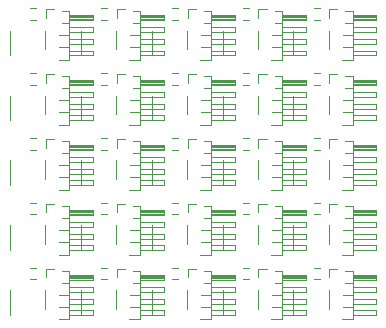
<source format=gbr>
G04 #@! TF.GenerationSoftware,KiCad,Pcbnew,5.0.2-bee76a0~70~ubuntu18.04.1*
G04 #@! TF.CreationDate,2019-03-02T12:35:57+01:00*
G04 #@! TF.ProjectId,3D_magnetic_board_5x5_panel,33445f6d-6167-46e6-9574-69635f626f61,rev?*
G04 #@! TF.SameCoordinates,Original*
G04 #@! TF.FileFunction,Legend,Top*
G04 #@! TF.FilePolarity,Positive*
%FSLAX46Y46*%
G04 Gerber Fmt 4.6, Leading zero omitted, Abs format (unit mm)*
G04 Created by KiCad (PCBNEW 5.0.2-bee76a0~70~ubuntu18.04.1) date Sa 02 Mär 2019 12:35:57 CET*
%MOMM*%
%LPD*%
G01*
G04 APERTURE LIST*
%ADD10C,0.120000*%
G04 APERTURE END LIST*
D10*
G04 #@! TO.C,C1*
X134450000Y-114720000D02*
X134950000Y-114720000D01*
X134950000Y-113780000D02*
X134450000Y-113780000D01*
X128450000Y-114720000D02*
X128950000Y-114720000D01*
X128950000Y-113780000D02*
X128450000Y-113780000D01*
X122450000Y-114720000D02*
X122950000Y-114720000D01*
X122950000Y-113780000D02*
X122450000Y-113780000D01*
X116450000Y-114720000D02*
X116950000Y-114720000D01*
X116950000Y-113780000D02*
X116450000Y-113780000D01*
X110450000Y-114720000D02*
X110950000Y-114720000D01*
X110950000Y-113780000D02*
X110450000Y-113780000D01*
X134450000Y-109220000D02*
X134950000Y-109220000D01*
X134950000Y-108280000D02*
X134450000Y-108280000D01*
X128450000Y-109220000D02*
X128950000Y-109220000D01*
X128950000Y-108280000D02*
X128450000Y-108280000D01*
X122450000Y-109220000D02*
X122950000Y-109220000D01*
X122950000Y-108280000D02*
X122450000Y-108280000D01*
X116450000Y-109220000D02*
X116950000Y-109220000D01*
X116950000Y-108280000D02*
X116450000Y-108280000D01*
X110450000Y-109220000D02*
X110950000Y-109220000D01*
X110950000Y-108280000D02*
X110450000Y-108280000D01*
X134450000Y-103720000D02*
X134950000Y-103720000D01*
X134950000Y-102780000D02*
X134450000Y-102780000D01*
X128450000Y-103720000D02*
X128950000Y-103720000D01*
X128950000Y-102780000D02*
X128450000Y-102780000D01*
X122450000Y-103720000D02*
X122950000Y-103720000D01*
X122950000Y-102780000D02*
X122450000Y-102780000D01*
X116450000Y-103720000D02*
X116950000Y-103720000D01*
X116950000Y-102780000D02*
X116450000Y-102780000D01*
X110450000Y-103720000D02*
X110950000Y-103720000D01*
X110950000Y-102780000D02*
X110450000Y-102780000D01*
X134450000Y-98220000D02*
X134950000Y-98220000D01*
X134950000Y-97280000D02*
X134450000Y-97280000D01*
X128450000Y-98220000D02*
X128950000Y-98220000D01*
X128950000Y-97280000D02*
X128450000Y-97280000D01*
X122450000Y-98220000D02*
X122950000Y-98220000D01*
X122950000Y-97280000D02*
X122450000Y-97280000D01*
X116450000Y-98220000D02*
X116950000Y-98220000D01*
X116950000Y-97280000D02*
X116450000Y-97280000D01*
X110450000Y-98220000D02*
X110950000Y-98220000D01*
X110950000Y-97280000D02*
X110450000Y-97280000D01*
X134450000Y-92720000D02*
X134950000Y-92720000D01*
X134950000Y-91780000D02*
X134450000Y-91780000D01*
X128450000Y-92720000D02*
X128950000Y-92720000D01*
X128950000Y-91780000D02*
X128450000Y-91780000D01*
X122450000Y-92720000D02*
X122950000Y-92720000D01*
X122950000Y-91780000D02*
X122450000Y-91780000D01*
X116450000Y-92720000D02*
X116950000Y-92720000D01*
X116950000Y-91780000D02*
X116450000Y-91780000D01*
G04 #@! TO.C,U1*
X132725000Y-115650000D02*
X132725000Y-117700000D01*
X135725000Y-117250000D02*
X135725000Y-115650000D01*
X126725000Y-115650000D02*
X126725000Y-117700000D01*
X129725000Y-117250000D02*
X129725000Y-115650000D01*
X120725000Y-115650000D02*
X120725000Y-117700000D01*
X123725000Y-117250000D02*
X123725000Y-115650000D01*
X114725000Y-115650000D02*
X114725000Y-117700000D01*
X117725000Y-117250000D02*
X117725000Y-115650000D01*
X108725000Y-115650000D02*
X108725000Y-117700000D01*
X111725000Y-117250000D02*
X111725000Y-115650000D01*
X132725000Y-110150000D02*
X132725000Y-112200000D01*
X135725000Y-111750000D02*
X135725000Y-110150000D01*
X126725000Y-110150000D02*
X126725000Y-112200000D01*
X129725000Y-111750000D02*
X129725000Y-110150000D01*
X120725000Y-110150000D02*
X120725000Y-112200000D01*
X123725000Y-111750000D02*
X123725000Y-110150000D01*
X114725000Y-110150000D02*
X114725000Y-112200000D01*
X117725000Y-111750000D02*
X117725000Y-110150000D01*
X108725000Y-110150000D02*
X108725000Y-112200000D01*
X111725000Y-111750000D02*
X111725000Y-110150000D01*
X132725000Y-104650000D02*
X132725000Y-106700000D01*
X135725000Y-106250000D02*
X135725000Y-104650000D01*
X126725000Y-104650000D02*
X126725000Y-106700000D01*
X129725000Y-106250000D02*
X129725000Y-104650000D01*
X120725000Y-104650000D02*
X120725000Y-106700000D01*
X123725000Y-106250000D02*
X123725000Y-104650000D01*
X114725000Y-104650000D02*
X114725000Y-106700000D01*
X117725000Y-106250000D02*
X117725000Y-104650000D01*
X108725000Y-104650000D02*
X108725000Y-106700000D01*
X111725000Y-106250000D02*
X111725000Y-104650000D01*
X132725000Y-99150000D02*
X132725000Y-101200000D01*
X135725000Y-100750000D02*
X135725000Y-99150000D01*
X126725000Y-99150000D02*
X126725000Y-101200000D01*
X129725000Y-100750000D02*
X129725000Y-99150000D01*
X120725000Y-99150000D02*
X120725000Y-101200000D01*
X123725000Y-100750000D02*
X123725000Y-99150000D01*
X114725000Y-99150000D02*
X114725000Y-101200000D01*
X117725000Y-100750000D02*
X117725000Y-99150000D01*
X108725000Y-99150000D02*
X108725000Y-101200000D01*
X111725000Y-100750000D02*
X111725000Y-99150000D01*
X132725000Y-93650000D02*
X132725000Y-95700000D01*
X135725000Y-95250000D02*
X135725000Y-93650000D01*
X126725000Y-93650000D02*
X126725000Y-95700000D01*
X129725000Y-95250000D02*
X129725000Y-93650000D01*
X120725000Y-93650000D02*
X120725000Y-95700000D01*
X123725000Y-95250000D02*
X123725000Y-93650000D01*
X114725000Y-93650000D02*
X114725000Y-95700000D01*
X117725000Y-95250000D02*
X117725000Y-93650000D01*
G04 #@! TO.C,J1*
X135765000Y-113865000D02*
X136450000Y-113865000D01*
X135765000Y-114550000D02*
X135765000Y-113865000D01*
X139760000Y-117760000D02*
X137760000Y-117760000D01*
X139760000Y-117340000D02*
X139760000Y-117760000D01*
X137760000Y-117340000D02*
X139760000Y-117340000D01*
X136918215Y-117050000D02*
X137760000Y-117050000D01*
X139760000Y-116760000D02*
X137760000Y-116760000D01*
X139760000Y-116340000D02*
X139760000Y-116760000D01*
X137760000Y-116340000D02*
X139760000Y-116340000D01*
X136918215Y-116050000D02*
X137760000Y-116050000D01*
X139760000Y-115760000D02*
X137760000Y-115760000D01*
X139760000Y-115340000D02*
X139760000Y-115760000D01*
X137760000Y-115340000D02*
X139760000Y-115340000D01*
X137135000Y-115050000D02*
X137760000Y-115050000D01*
X137760000Y-114640000D02*
X139760000Y-114640000D01*
X137760000Y-114520000D02*
X139760000Y-114520000D01*
X137760000Y-114400000D02*
X139760000Y-114400000D01*
X139760000Y-114760000D02*
X137760000Y-114760000D01*
X139760000Y-114340000D02*
X139760000Y-114760000D01*
X137760000Y-114340000D02*
X139760000Y-114340000D01*
X137760000Y-118110000D02*
X136844493Y-118110000D01*
X137760000Y-113990000D02*
X137760000Y-118110000D01*
X137135000Y-113990000D02*
X137760000Y-113990000D01*
X129765000Y-113865000D02*
X130450000Y-113865000D01*
X129765000Y-114550000D02*
X129765000Y-113865000D01*
X133760000Y-117760000D02*
X131760000Y-117760000D01*
X133760000Y-117340000D02*
X133760000Y-117760000D01*
X131760000Y-117340000D02*
X133760000Y-117340000D01*
X130918215Y-117050000D02*
X131760000Y-117050000D01*
X133760000Y-116760000D02*
X131760000Y-116760000D01*
X133760000Y-116340000D02*
X133760000Y-116760000D01*
X131760000Y-116340000D02*
X133760000Y-116340000D01*
X130918215Y-116050000D02*
X131760000Y-116050000D01*
X133760000Y-115760000D02*
X131760000Y-115760000D01*
X133760000Y-115340000D02*
X133760000Y-115760000D01*
X131760000Y-115340000D02*
X133760000Y-115340000D01*
X131135000Y-115050000D02*
X131760000Y-115050000D01*
X131760000Y-114640000D02*
X133760000Y-114640000D01*
X131760000Y-114520000D02*
X133760000Y-114520000D01*
X131760000Y-114400000D02*
X133760000Y-114400000D01*
X133760000Y-114760000D02*
X131760000Y-114760000D01*
X133760000Y-114340000D02*
X133760000Y-114760000D01*
X131760000Y-114340000D02*
X133760000Y-114340000D01*
X131760000Y-118110000D02*
X130844493Y-118110000D01*
X131760000Y-113990000D02*
X131760000Y-118110000D01*
X131135000Y-113990000D02*
X131760000Y-113990000D01*
X123765000Y-113865000D02*
X124450000Y-113865000D01*
X123765000Y-114550000D02*
X123765000Y-113865000D01*
X127760000Y-117760000D02*
X125760000Y-117760000D01*
X127760000Y-117340000D02*
X127760000Y-117760000D01*
X125760000Y-117340000D02*
X127760000Y-117340000D01*
X124918215Y-117050000D02*
X125760000Y-117050000D01*
X127760000Y-116760000D02*
X125760000Y-116760000D01*
X127760000Y-116340000D02*
X127760000Y-116760000D01*
X125760000Y-116340000D02*
X127760000Y-116340000D01*
X124918215Y-116050000D02*
X125760000Y-116050000D01*
X127760000Y-115760000D02*
X125760000Y-115760000D01*
X127760000Y-115340000D02*
X127760000Y-115760000D01*
X125760000Y-115340000D02*
X127760000Y-115340000D01*
X125135000Y-115050000D02*
X125760000Y-115050000D01*
X125760000Y-114640000D02*
X127760000Y-114640000D01*
X125760000Y-114520000D02*
X127760000Y-114520000D01*
X125760000Y-114400000D02*
X127760000Y-114400000D01*
X127760000Y-114760000D02*
X125760000Y-114760000D01*
X127760000Y-114340000D02*
X127760000Y-114760000D01*
X125760000Y-114340000D02*
X127760000Y-114340000D01*
X125760000Y-118110000D02*
X124844493Y-118110000D01*
X125760000Y-113990000D02*
X125760000Y-118110000D01*
X125135000Y-113990000D02*
X125760000Y-113990000D01*
X117765000Y-113865000D02*
X118450000Y-113865000D01*
X117765000Y-114550000D02*
X117765000Y-113865000D01*
X121760000Y-117760000D02*
X119760000Y-117760000D01*
X121760000Y-117340000D02*
X121760000Y-117760000D01*
X119760000Y-117340000D02*
X121760000Y-117340000D01*
X118918215Y-117050000D02*
X119760000Y-117050000D01*
X121760000Y-116760000D02*
X119760000Y-116760000D01*
X121760000Y-116340000D02*
X121760000Y-116760000D01*
X119760000Y-116340000D02*
X121760000Y-116340000D01*
X118918215Y-116050000D02*
X119760000Y-116050000D01*
X121760000Y-115760000D02*
X119760000Y-115760000D01*
X121760000Y-115340000D02*
X121760000Y-115760000D01*
X119760000Y-115340000D02*
X121760000Y-115340000D01*
X119135000Y-115050000D02*
X119760000Y-115050000D01*
X119760000Y-114640000D02*
X121760000Y-114640000D01*
X119760000Y-114520000D02*
X121760000Y-114520000D01*
X119760000Y-114400000D02*
X121760000Y-114400000D01*
X121760000Y-114760000D02*
X119760000Y-114760000D01*
X121760000Y-114340000D02*
X121760000Y-114760000D01*
X119760000Y-114340000D02*
X121760000Y-114340000D01*
X119760000Y-118110000D02*
X118844493Y-118110000D01*
X119760000Y-113990000D02*
X119760000Y-118110000D01*
X119135000Y-113990000D02*
X119760000Y-113990000D01*
X111765000Y-113865000D02*
X112450000Y-113865000D01*
X111765000Y-114550000D02*
X111765000Y-113865000D01*
X115760000Y-117760000D02*
X113760000Y-117760000D01*
X115760000Y-117340000D02*
X115760000Y-117760000D01*
X113760000Y-117340000D02*
X115760000Y-117340000D01*
X112918215Y-117050000D02*
X113760000Y-117050000D01*
X115760000Y-116760000D02*
X113760000Y-116760000D01*
X115760000Y-116340000D02*
X115760000Y-116760000D01*
X113760000Y-116340000D02*
X115760000Y-116340000D01*
X112918215Y-116050000D02*
X113760000Y-116050000D01*
X115760000Y-115760000D02*
X113760000Y-115760000D01*
X115760000Y-115340000D02*
X115760000Y-115760000D01*
X113760000Y-115340000D02*
X115760000Y-115340000D01*
X113135000Y-115050000D02*
X113760000Y-115050000D01*
X113760000Y-114640000D02*
X115760000Y-114640000D01*
X113760000Y-114520000D02*
X115760000Y-114520000D01*
X113760000Y-114400000D02*
X115760000Y-114400000D01*
X115760000Y-114760000D02*
X113760000Y-114760000D01*
X115760000Y-114340000D02*
X115760000Y-114760000D01*
X113760000Y-114340000D02*
X115760000Y-114340000D01*
X113760000Y-118110000D02*
X112844493Y-118110000D01*
X113760000Y-113990000D02*
X113760000Y-118110000D01*
X113135000Y-113990000D02*
X113760000Y-113990000D01*
X135765000Y-108365000D02*
X136450000Y-108365000D01*
X135765000Y-109050000D02*
X135765000Y-108365000D01*
X139760000Y-112260000D02*
X137760000Y-112260000D01*
X139760000Y-111840000D02*
X139760000Y-112260000D01*
X137760000Y-111840000D02*
X139760000Y-111840000D01*
X136918215Y-111550000D02*
X137760000Y-111550000D01*
X139760000Y-111260000D02*
X137760000Y-111260000D01*
X139760000Y-110840000D02*
X139760000Y-111260000D01*
X137760000Y-110840000D02*
X139760000Y-110840000D01*
X136918215Y-110550000D02*
X137760000Y-110550000D01*
X139760000Y-110260000D02*
X137760000Y-110260000D01*
X139760000Y-109840000D02*
X139760000Y-110260000D01*
X137760000Y-109840000D02*
X139760000Y-109840000D01*
X137135000Y-109550000D02*
X137760000Y-109550000D01*
X137760000Y-109140000D02*
X139760000Y-109140000D01*
X137760000Y-109020000D02*
X139760000Y-109020000D01*
X137760000Y-108900000D02*
X139760000Y-108900000D01*
X139760000Y-109260000D02*
X137760000Y-109260000D01*
X139760000Y-108840000D02*
X139760000Y-109260000D01*
X137760000Y-108840000D02*
X139760000Y-108840000D01*
X137760000Y-112610000D02*
X136844493Y-112610000D01*
X137760000Y-108490000D02*
X137760000Y-112610000D01*
X137135000Y-108490000D02*
X137760000Y-108490000D01*
X129765000Y-108365000D02*
X130450000Y-108365000D01*
X129765000Y-109050000D02*
X129765000Y-108365000D01*
X133760000Y-112260000D02*
X131760000Y-112260000D01*
X133760000Y-111840000D02*
X133760000Y-112260000D01*
X131760000Y-111840000D02*
X133760000Y-111840000D01*
X130918215Y-111550000D02*
X131760000Y-111550000D01*
X133760000Y-111260000D02*
X131760000Y-111260000D01*
X133760000Y-110840000D02*
X133760000Y-111260000D01*
X131760000Y-110840000D02*
X133760000Y-110840000D01*
X130918215Y-110550000D02*
X131760000Y-110550000D01*
X133760000Y-110260000D02*
X131760000Y-110260000D01*
X133760000Y-109840000D02*
X133760000Y-110260000D01*
X131760000Y-109840000D02*
X133760000Y-109840000D01*
X131135000Y-109550000D02*
X131760000Y-109550000D01*
X131760000Y-109140000D02*
X133760000Y-109140000D01*
X131760000Y-109020000D02*
X133760000Y-109020000D01*
X131760000Y-108900000D02*
X133760000Y-108900000D01*
X133760000Y-109260000D02*
X131760000Y-109260000D01*
X133760000Y-108840000D02*
X133760000Y-109260000D01*
X131760000Y-108840000D02*
X133760000Y-108840000D01*
X131760000Y-112610000D02*
X130844493Y-112610000D01*
X131760000Y-108490000D02*
X131760000Y-112610000D01*
X131135000Y-108490000D02*
X131760000Y-108490000D01*
X123765000Y-108365000D02*
X124450000Y-108365000D01*
X123765000Y-109050000D02*
X123765000Y-108365000D01*
X127760000Y-112260000D02*
X125760000Y-112260000D01*
X127760000Y-111840000D02*
X127760000Y-112260000D01*
X125760000Y-111840000D02*
X127760000Y-111840000D01*
X124918215Y-111550000D02*
X125760000Y-111550000D01*
X127760000Y-111260000D02*
X125760000Y-111260000D01*
X127760000Y-110840000D02*
X127760000Y-111260000D01*
X125760000Y-110840000D02*
X127760000Y-110840000D01*
X124918215Y-110550000D02*
X125760000Y-110550000D01*
X127760000Y-110260000D02*
X125760000Y-110260000D01*
X127760000Y-109840000D02*
X127760000Y-110260000D01*
X125760000Y-109840000D02*
X127760000Y-109840000D01*
X125135000Y-109550000D02*
X125760000Y-109550000D01*
X125760000Y-109140000D02*
X127760000Y-109140000D01*
X125760000Y-109020000D02*
X127760000Y-109020000D01*
X125760000Y-108900000D02*
X127760000Y-108900000D01*
X127760000Y-109260000D02*
X125760000Y-109260000D01*
X127760000Y-108840000D02*
X127760000Y-109260000D01*
X125760000Y-108840000D02*
X127760000Y-108840000D01*
X125760000Y-112610000D02*
X124844493Y-112610000D01*
X125760000Y-108490000D02*
X125760000Y-112610000D01*
X125135000Y-108490000D02*
X125760000Y-108490000D01*
X117765000Y-108365000D02*
X118450000Y-108365000D01*
X117765000Y-109050000D02*
X117765000Y-108365000D01*
X121760000Y-112260000D02*
X119760000Y-112260000D01*
X121760000Y-111840000D02*
X121760000Y-112260000D01*
X119760000Y-111840000D02*
X121760000Y-111840000D01*
X118918215Y-111550000D02*
X119760000Y-111550000D01*
X121760000Y-111260000D02*
X119760000Y-111260000D01*
X121760000Y-110840000D02*
X121760000Y-111260000D01*
X119760000Y-110840000D02*
X121760000Y-110840000D01*
X118918215Y-110550000D02*
X119760000Y-110550000D01*
X121760000Y-110260000D02*
X119760000Y-110260000D01*
X121760000Y-109840000D02*
X121760000Y-110260000D01*
X119760000Y-109840000D02*
X121760000Y-109840000D01*
X119135000Y-109550000D02*
X119760000Y-109550000D01*
X119760000Y-109140000D02*
X121760000Y-109140000D01*
X119760000Y-109020000D02*
X121760000Y-109020000D01*
X119760000Y-108900000D02*
X121760000Y-108900000D01*
X121760000Y-109260000D02*
X119760000Y-109260000D01*
X121760000Y-108840000D02*
X121760000Y-109260000D01*
X119760000Y-108840000D02*
X121760000Y-108840000D01*
X119760000Y-112610000D02*
X118844493Y-112610000D01*
X119760000Y-108490000D02*
X119760000Y-112610000D01*
X119135000Y-108490000D02*
X119760000Y-108490000D01*
X111765000Y-108365000D02*
X112450000Y-108365000D01*
X111765000Y-109050000D02*
X111765000Y-108365000D01*
X115760000Y-112260000D02*
X113760000Y-112260000D01*
X115760000Y-111840000D02*
X115760000Y-112260000D01*
X113760000Y-111840000D02*
X115760000Y-111840000D01*
X112918215Y-111550000D02*
X113760000Y-111550000D01*
X115760000Y-111260000D02*
X113760000Y-111260000D01*
X115760000Y-110840000D02*
X115760000Y-111260000D01*
X113760000Y-110840000D02*
X115760000Y-110840000D01*
X112918215Y-110550000D02*
X113760000Y-110550000D01*
X115760000Y-110260000D02*
X113760000Y-110260000D01*
X115760000Y-109840000D02*
X115760000Y-110260000D01*
X113760000Y-109840000D02*
X115760000Y-109840000D01*
X113135000Y-109550000D02*
X113760000Y-109550000D01*
X113760000Y-109140000D02*
X115760000Y-109140000D01*
X113760000Y-109020000D02*
X115760000Y-109020000D01*
X113760000Y-108900000D02*
X115760000Y-108900000D01*
X115760000Y-109260000D02*
X113760000Y-109260000D01*
X115760000Y-108840000D02*
X115760000Y-109260000D01*
X113760000Y-108840000D02*
X115760000Y-108840000D01*
X113760000Y-112610000D02*
X112844493Y-112610000D01*
X113760000Y-108490000D02*
X113760000Y-112610000D01*
X113135000Y-108490000D02*
X113760000Y-108490000D01*
X135765000Y-102865000D02*
X136450000Y-102865000D01*
X135765000Y-103550000D02*
X135765000Y-102865000D01*
X139760000Y-106760000D02*
X137760000Y-106760000D01*
X139760000Y-106340000D02*
X139760000Y-106760000D01*
X137760000Y-106340000D02*
X139760000Y-106340000D01*
X136918215Y-106050000D02*
X137760000Y-106050000D01*
X139760000Y-105760000D02*
X137760000Y-105760000D01*
X139760000Y-105340000D02*
X139760000Y-105760000D01*
X137760000Y-105340000D02*
X139760000Y-105340000D01*
X136918215Y-105050000D02*
X137760000Y-105050000D01*
X139760000Y-104760000D02*
X137760000Y-104760000D01*
X139760000Y-104340000D02*
X139760000Y-104760000D01*
X137760000Y-104340000D02*
X139760000Y-104340000D01*
X137135000Y-104050000D02*
X137760000Y-104050000D01*
X137760000Y-103640000D02*
X139760000Y-103640000D01*
X137760000Y-103520000D02*
X139760000Y-103520000D01*
X137760000Y-103400000D02*
X139760000Y-103400000D01*
X139760000Y-103760000D02*
X137760000Y-103760000D01*
X139760000Y-103340000D02*
X139760000Y-103760000D01*
X137760000Y-103340000D02*
X139760000Y-103340000D01*
X137760000Y-107110000D02*
X136844493Y-107110000D01*
X137760000Y-102990000D02*
X137760000Y-107110000D01*
X137135000Y-102990000D02*
X137760000Y-102990000D01*
X129765000Y-102865000D02*
X130450000Y-102865000D01*
X129765000Y-103550000D02*
X129765000Y-102865000D01*
X133760000Y-106760000D02*
X131760000Y-106760000D01*
X133760000Y-106340000D02*
X133760000Y-106760000D01*
X131760000Y-106340000D02*
X133760000Y-106340000D01*
X130918215Y-106050000D02*
X131760000Y-106050000D01*
X133760000Y-105760000D02*
X131760000Y-105760000D01*
X133760000Y-105340000D02*
X133760000Y-105760000D01*
X131760000Y-105340000D02*
X133760000Y-105340000D01*
X130918215Y-105050000D02*
X131760000Y-105050000D01*
X133760000Y-104760000D02*
X131760000Y-104760000D01*
X133760000Y-104340000D02*
X133760000Y-104760000D01*
X131760000Y-104340000D02*
X133760000Y-104340000D01*
X131135000Y-104050000D02*
X131760000Y-104050000D01*
X131760000Y-103640000D02*
X133760000Y-103640000D01*
X131760000Y-103520000D02*
X133760000Y-103520000D01*
X131760000Y-103400000D02*
X133760000Y-103400000D01*
X133760000Y-103760000D02*
X131760000Y-103760000D01*
X133760000Y-103340000D02*
X133760000Y-103760000D01*
X131760000Y-103340000D02*
X133760000Y-103340000D01*
X131760000Y-107110000D02*
X130844493Y-107110000D01*
X131760000Y-102990000D02*
X131760000Y-107110000D01*
X131135000Y-102990000D02*
X131760000Y-102990000D01*
X123765000Y-102865000D02*
X124450000Y-102865000D01*
X123765000Y-103550000D02*
X123765000Y-102865000D01*
X127760000Y-106760000D02*
X125760000Y-106760000D01*
X127760000Y-106340000D02*
X127760000Y-106760000D01*
X125760000Y-106340000D02*
X127760000Y-106340000D01*
X124918215Y-106050000D02*
X125760000Y-106050000D01*
X127760000Y-105760000D02*
X125760000Y-105760000D01*
X127760000Y-105340000D02*
X127760000Y-105760000D01*
X125760000Y-105340000D02*
X127760000Y-105340000D01*
X124918215Y-105050000D02*
X125760000Y-105050000D01*
X127760000Y-104760000D02*
X125760000Y-104760000D01*
X127760000Y-104340000D02*
X127760000Y-104760000D01*
X125760000Y-104340000D02*
X127760000Y-104340000D01*
X125135000Y-104050000D02*
X125760000Y-104050000D01*
X125760000Y-103640000D02*
X127760000Y-103640000D01*
X125760000Y-103520000D02*
X127760000Y-103520000D01*
X125760000Y-103400000D02*
X127760000Y-103400000D01*
X127760000Y-103760000D02*
X125760000Y-103760000D01*
X127760000Y-103340000D02*
X127760000Y-103760000D01*
X125760000Y-103340000D02*
X127760000Y-103340000D01*
X125760000Y-107110000D02*
X124844493Y-107110000D01*
X125760000Y-102990000D02*
X125760000Y-107110000D01*
X125135000Y-102990000D02*
X125760000Y-102990000D01*
X117765000Y-102865000D02*
X118450000Y-102865000D01*
X117765000Y-103550000D02*
X117765000Y-102865000D01*
X121760000Y-106760000D02*
X119760000Y-106760000D01*
X121760000Y-106340000D02*
X121760000Y-106760000D01*
X119760000Y-106340000D02*
X121760000Y-106340000D01*
X118918215Y-106050000D02*
X119760000Y-106050000D01*
X121760000Y-105760000D02*
X119760000Y-105760000D01*
X121760000Y-105340000D02*
X121760000Y-105760000D01*
X119760000Y-105340000D02*
X121760000Y-105340000D01*
X118918215Y-105050000D02*
X119760000Y-105050000D01*
X121760000Y-104760000D02*
X119760000Y-104760000D01*
X121760000Y-104340000D02*
X121760000Y-104760000D01*
X119760000Y-104340000D02*
X121760000Y-104340000D01*
X119135000Y-104050000D02*
X119760000Y-104050000D01*
X119760000Y-103640000D02*
X121760000Y-103640000D01*
X119760000Y-103520000D02*
X121760000Y-103520000D01*
X119760000Y-103400000D02*
X121760000Y-103400000D01*
X121760000Y-103760000D02*
X119760000Y-103760000D01*
X121760000Y-103340000D02*
X121760000Y-103760000D01*
X119760000Y-103340000D02*
X121760000Y-103340000D01*
X119760000Y-107110000D02*
X118844493Y-107110000D01*
X119760000Y-102990000D02*
X119760000Y-107110000D01*
X119135000Y-102990000D02*
X119760000Y-102990000D01*
X111765000Y-102865000D02*
X112450000Y-102865000D01*
X111765000Y-103550000D02*
X111765000Y-102865000D01*
X115760000Y-106760000D02*
X113760000Y-106760000D01*
X115760000Y-106340000D02*
X115760000Y-106760000D01*
X113760000Y-106340000D02*
X115760000Y-106340000D01*
X112918215Y-106050000D02*
X113760000Y-106050000D01*
X115760000Y-105760000D02*
X113760000Y-105760000D01*
X115760000Y-105340000D02*
X115760000Y-105760000D01*
X113760000Y-105340000D02*
X115760000Y-105340000D01*
X112918215Y-105050000D02*
X113760000Y-105050000D01*
X115760000Y-104760000D02*
X113760000Y-104760000D01*
X115760000Y-104340000D02*
X115760000Y-104760000D01*
X113760000Y-104340000D02*
X115760000Y-104340000D01*
X113135000Y-104050000D02*
X113760000Y-104050000D01*
X113760000Y-103640000D02*
X115760000Y-103640000D01*
X113760000Y-103520000D02*
X115760000Y-103520000D01*
X113760000Y-103400000D02*
X115760000Y-103400000D01*
X115760000Y-103760000D02*
X113760000Y-103760000D01*
X115760000Y-103340000D02*
X115760000Y-103760000D01*
X113760000Y-103340000D02*
X115760000Y-103340000D01*
X113760000Y-107110000D02*
X112844493Y-107110000D01*
X113760000Y-102990000D02*
X113760000Y-107110000D01*
X113135000Y-102990000D02*
X113760000Y-102990000D01*
X135765000Y-97365000D02*
X136450000Y-97365000D01*
X135765000Y-98050000D02*
X135765000Y-97365000D01*
X139760000Y-101260000D02*
X137760000Y-101260000D01*
X139760000Y-100840000D02*
X139760000Y-101260000D01*
X137760000Y-100840000D02*
X139760000Y-100840000D01*
X136918215Y-100550000D02*
X137760000Y-100550000D01*
X139760000Y-100260000D02*
X137760000Y-100260000D01*
X139760000Y-99840000D02*
X139760000Y-100260000D01*
X137760000Y-99840000D02*
X139760000Y-99840000D01*
X136918215Y-99550000D02*
X137760000Y-99550000D01*
X139760000Y-99260000D02*
X137760000Y-99260000D01*
X139760000Y-98840000D02*
X139760000Y-99260000D01*
X137760000Y-98840000D02*
X139760000Y-98840000D01*
X137135000Y-98550000D02*
X137760000Y-98550000D01*
X137760000Y-98140000D02*
X139760000Y-98140000D01*
X137760000Y-98020000D02*
X139760000Y-98020000D01*
X137760000Y-97900000D02*
X139760000Y-97900000D01*
X139760000Y-98260000D02*
X137760000Y-98260000D01*
X139760000Y-97840000D02*
X139760000Y-98260000D01*
X137760000Y-97840000D02*
X139760000Y-97840000D01*
X137760000Y-101610000D02*
X136844493Y-101610000D01*
X137760000Y-97490000D02*
X137760000Y-101610000D01*
X137135000Y-97490000D02*
X137760000Y-97490000D01*
X129765000Y-97365000D02*
X130450000Y-97365000D01*
X129765000Y-98050000D02*
X129765000Y-97365000D01*
X133760000Y-101260000D02*
X131760000Y-101260000D01*
X133760000Y-100840000D02*
X133760000Y-101260000D01*
X131760000Y-100840000D02*
X133760000Y-100840000D01*
X130918215Y-100550000D02*
X131760000Y-100550000D01*
X133760000Y-100260000D02*
X131760000Y-100260000D01*
X133760000Y-99840000D02*
X133760000Y-100260000D01*
X131760000Y-99840000D02*
X133760000Y-99840000D01*
X130918215Y-99550000D02*
X131760000Y-99550000D01*
X133760000Y-99260000D02*
X131760000Y-99260000D01*
X133760000Y-98840000D02*
X133760000Y-99260000D01*
X131760000Y-98840000D02*
X133760000Y-98840000D01*
X131135000Y-98550000D02*
X131760000Y-98550000D01*
X131760000Y-98140000D02*
X133760000Y-98140000D01*
X131760000Y-98020000D02*
X133760000Y-98020000D01*
X131760000Y-97900000D02*
X133760000Y-97900000D01*
X133760000Y-98260000D02*
X131760000Y-98260000D01*
X133760000Y-97840000D02*
X133760000Y-98260000D01*
X131760000Y-97840000D02*
X133760000Y-97840000D01*
X131760000Y-101610000D02*
X130844493Y-101610000D01*
X131760000Y-97490000D02*
X131760000Y-101610000D01*
X131135000Y-97490000D02*
X131760000Y-97490000D01*
X123765000Y-97365000D02*
X124450000Y-97365000D01*
X123765000Y-98050000D02*
X123765000Y-97365000D01*
X127760000Y-101260000D02*
X125760000Y-101260000D01*
X127760000Y-100840000D02*
X127760000Y-101260000D01*
X125760000Y-100840000D02*
X127760000Y-100840000D01*
X124918215Y-100550000D02*
X125760000Y-100550000D01*
X127760000Y-100260000D02*
X125760000Y-100260000D01*
X127760000Y-99840000D02*
X127760000Y-100260000D01*
X125760000Y-99840000D02*
X127760000Y-99840000D01*
X124918215Y-99550000D02*
X125760000Y-99550000D01*
X127760000Y-99260000D02*
X125760000Y-99260000D01*
X127760000Y-98840000D02*
X127760000Y-99260000D01*
X125760000Y-98840000D02*
X127760000Y-98840000D01*
X125135000Y-98550000D02*
X125760000Y-98550000D01*
X125760000Y-98140000D02*
X127760000Y-98140000D01*
X125760000Y-98020000D02*
X127760000Y-98020000D01*
X125760000Y-97900000D02*
X127760000Y-97900000D01*
X127760000Y-98260000D02*
X125760000Y-98260000D01*
X127760000Y-97840000D02*
X127760000Y-98260000D01*
X125760000Y-97840000D02*
X127760000Y-97840000D01*
X125760000Y-101610000D02*
X124844493Y-101610000D01*
X125760000Y-97490000D02*
X125760000Y-101610000D01*
X125135000Y-97490000D02*
X125760000Y-97490000D01*
X117765000Y-97365000D02*
X118450000Y-97365000D01*
X117765000Y-98050000D02*
X117765000Y-97365000D01*
X121760000Y-101260000D02*
X119760000Y-101260000D01*
X121760000Y-100840000D02*
X121760000Y-101260000D01*
X119760000Y-100840000D02*
X121760000Y-100840000D01*
X118918215Y-100550000D02*
X119760000Y-100550000D01*
X121760000Y-100260000D02*
X119760000Y-100260000D01*
X121760000Y-99840000D02*
X121760000Y-100260000D01*
X119760000Y-99840000D02*
X121760000Y-99840000D01*
X118918215Y-99550000D02*
X119760000Y-99550000D01*
X121760000Y-99260000D02*
X119760000Y-99260000D01*
X121760000Y-98840000D02*
X121760000Y-99260000D01*
X119760000Y-98840000D02*
X121760000Y-98840000D01*
X119135000Y-98550000D02*
X119760000Y-98550000D01*
X119760000Y-98140000D02*
X121760000Y-98140000D01*
X119760000Y-98020000D02*
X121760000Y-98020000D01*
X119760000Y-97900000D02*
X121760000Y-97900000D01*
X121760000Y-98260000D02*
X119760000Y-98260000D01*
X121760000Y-97840000D02*
X121760000Y-98260000D01*
X119760000Y-97840000D02*
X121760000Y-97840000D01*
X119760000Y-101610000D02*
X118844493Y-101610000D01*
X119760000Y-97490000D02*
X119760000Y-101610000D01*
X119135000Y-97490000D02*
X119760000Y-97490000D01*
X111765000Y-97365000D02*
X112450000Y-97365000D01*
X111765000Y-98050000D02*
X111765000Y-97365000D01*
X115760000Y-101260000D02*
X113760000Y-101260000D01*
X115760000Y-100840000D02*
X115760000Y-101260000D01*
X113760000Y-100840000D02*
X115760000Y-100840000D01*
X112918215Y-100550000D02*
X113760000Y-100550000D01*
X115760000Y-100260000D02*
X113760000Y-100260000D01*
X115760000Y-99840000D02*
X115760000Y-100260000D01*
X113760000Y-99840000D02*
X115760000Y-99840000D01*
X112918215Y-99550000D02*
X113760000Y-99550000D01*
X115760000Y-99260000D02*
X113760000Y-99260000D01*
X115760000Y-98840000D02*
X115760000Y-99260000D01*
X113760000Y-98840000D02*
X115760000Y-98840000D01*
X113135000Y-98550000D02*
X113760000Y-98550000D01*
X113760000Y-98140000D02*
X115760000Y-98140000D01*
X113760000Y-98020000D02*
X115760000Y-98020000D01*
X113760000Y-97900000D02*
X115760000Y-97900000D01*
X115760000Y-98260000D02*
X113760000Y-98260000D01*
X115760000Y-97840000D02*
X115760000Y-98260000D01*
X113760000Y-97840000D02*
X115760000Y-97840000D01*
X113760000Y-101610000D02*
X112844493Y-101610000D01*
X113760000Y-97490000D02*
X113760000Y-101610000D01*
X113135000Y-97490000D02*
X113760000Y-97490000D01*
X135765000Y-91865000D02*
X136450000Y-91865000D01*
X135765000Y-92550000D02*
X135765000Y-91865000D01*
X139760000Y-95760000D02*
X137760000Y-95760000D01*
X139760000Y-95340000D02*
X139760000Y-95760000D01*
X137760000Y-95340000D02*
X139760000Y-95340000D01*
X136918215Y-95050000D02*
X137760000Y-95050000D01*
X139760000Y-94760000D02*
X137760000Y-94760000D01*
X139760000Y-94340000D02*
X139760000Y-94760000D01*
X137760000Y-94340000D02*
X139760000Y-94340000D01*
X136918215Y-94050000D02*
X137760000Y-94050000D01*
X139760000Y-93760000D02*
X137760000Y-93760000D01*
X139760000Y-93340000D02*
X139760000Y-93760000D01*
X137760000Y-93340000D02*
X139760000Y-93340000D01*
X137135000Y-93050000D02*
X137760000Y-93050000D01*
X137760000Y-92640000D02*
X139760000Y-92640000D01*
X137760000Y-92520000D02*
X139760000Y-92520000D01*
X137760000Y-92400000D02*
X139760000Y-92400000D01*
X139760000Y-92760000D02*
X137760000Y-92760000D01*
X139760000Y-92340000D02*
X139760000Y-92760000D01*
X137760000Y-92340000D02*
X139760000Y-92340000D01*
X137760000Y-96110000D02*
X136844493Y-96110000D01*
X137760000Y-91990000D02*
X137760000Y-96110000D01*
X137135000Y-91990000D02*
X137760000Y-91990000D01*
X129765000Y-91865000D02*
X130450000Y-91865000D01*
X129765000Y-92550000D02*
X129765000Y-91865000D01*
X133760000Y-95760000D02*
X131760000Y-95760000D01*
X133760000Y-95340000D02*
X133760000Y-95760000D01*
X131760000Y-95340000D02*
X133760000Y-95340000D01*
X130918215Y-95050000D02*
X131760000Y-95050000D01*
X133760000Y-94760000D02*
X131760000Y-94760000D01*
X133760000Y-94340000D02*
X133760000Y-94760000D01*
X131760000Y-94340000D02*
X133760000Y-94340000D01*
X130918215Y-94050000D02*
X131760000Y-94050000D01*
X133760000Y-93760000D02*
X131760000Y-93760000D01*
X133760000Y-93340000D02*
X133760000Y-93760000D01*
X131760000Y-93340000D02*
X133760000Y-93340000D01*
X131135000Y-93050000D02*
X131760000Y-93050000D01*
X131760000Y-92640000D02*
X133760000Y-92640000D01*
X131760000Y-92520000D02*
X133760000Y-92520000D01*
X131760000Y-92400000D02*
X133760000Y-92400000D01*
X133760000Y-92760000D02*
X131760000Y-92760000D01*
X133760000Y-92340000D02*
X133760000Y-92760000D01*
X131760000Y-92340000D02*
X133760000Y-92340000D01*
X131760000Y-96110000D02*
X130844493Y-96110000D01*
X131760000Y-91990000D02*
X131760000Y-96110000D01*
X131135000Y-91990000D02*
X131760000Y-91990000D01*
X123765000Y-91865000D02*
X124450000Y-91865000D01*
X123765000Y-92550000D02*
X123765000Y-91865000D01*
X127760000Y-95760000D02*
X125760000Y-95760000D01*
X127760000Y-95340000D02*
X127760000Y-95760000D01*
X125760000Y-95340000D02*
X127760000Y-95340000D01*
X124918215Y-95050000D02*
X125760000Y-95050000D01*
X127760000Y-94760000D02*
X125760000Y-94760000D01*
X127760000Y-94340000D02*
X127760000Y-94760000D01*
X125760000Y-94340000D02*
X127760000Y-94340000D01*
X124918215Y-94050000D02*
X125760000Y-94050000D01*
X127760000Y-93760000D02*
X125760000Y-93760000D01*
X127760000Y-93340000D02*
X127760000Y-93760000D01*
X125760000Y-93340000D02*
X127760000Y-93340000D01*
X125135000Y-93050000D02*
X125760000Y-93050000D01*
X125760000Y-92640000D02*
X127760000Y-92640000D01*
X125760000Y-92520000D02*
X127760000Y-92520000D01*
X125760000Y-92400000D02*
X127760000Y-92400000D01*
X127760000Y-92760000D02*
X125760000Y-92760000D01*
X127760000Y-92340000D02*
X127760000Y-92760000D01*
X125760000Y-92340000D02*
X127760000Y-92340000D01*
X125760000Y-96110000D02*
X124844493Y-96110000D01*
X125760000Y-91990000D02*
X125760000Y-96110000D01*
X125135000Y-91990000D02*
X125760000Y-91990000D01*
X117765000Y-91865000D02*
X118450000Y-91865000D01*
X117765000Y-92550000D02*
X117765000Y-91865000D01*
X121760000Y-95760000D02*
X119760000Y-95760000D01*
X121760000Y-95340000D02*
X121760000Y-95760000D01*
X119760000Y-95340000D02*
X121760000Y-95340000D01*
X118918215Y-95050000D02*
X119760000Y-95050000D01*
X121760000Y-94760000D02*
X119760000Y-94760000D01*
X121760000Y-94340000D02*
X121760000Y-94760000D01*
X119760000Y-94340000D02*
X121760000Y-94340000D01*
X118918215Y-94050000D02*
X119760000Y-94050000D01*
X121760000Y-93760000D02*
X119760000Y-93760000D01*
X121760000Y-93340000D02*
X121760000Y-93760000D01*
X119760000Y-93340000D02*
X121760000Y-93340000D01*
X119135000Y-93050000D02*
X119760000Y-93050000D01*
X119760000Y-92640000D02*
X121760000Y-92640000D01*
X119760000Y-92520000D02*
X121760000Y-92520000D01*
X119760000Y-92400000D02*
X121760000Y-92400000D01*
X121760000Y-92760000D02*
X119760000Y-92760000D01*
X121760000Y-92340000D02*
X121760000Y-92760000D01*
X119760000Y-92340000D02*
X121760000Y-92340000D01*
X119760000Y-96110000D02*
X118844493Y-96110000D01*
X119760000Y-91990000D02*
X119760000Y-96110000D01*
X119135000Y-91990000D02*
X119760000Y-91990000D01*
G04 #@! TO.C,C1*
X110950000Y-91780000D02*
X110450000Y-91780000D01*
X110450000Y-92720000D02*
X110950000Y-92720000D01*
G04 #@! TO.C,U1*
X111725000Y-95250000D02*
X111725000Y-93650000D01*
X108725000Y-93650000D02*
X108725000Y-95700000D01*
G04 #@! TO.C,J1*
X113135000Y-91990000D02*
X113760000Y-91990000D01*
X113760000Y-91990000D02*
X113760000Y-96110000D01*
X113760000Y-96110000D02*
X112844493Y-96110000D01*
X113760000Y-92340000D02*
X115760000Y-92340000D01*
X115760000Y-92340000D02*
X115760000Y-92760000D01*
X115760000Y-92760000D02*
X113760000Y-92760000D01*
X113760000Y-92400000D02*
X115760000Y-92400000D01*
X113760000Y-92520000D02*
X115760000Y-92520000D01*
X113760000Y-92640000D02*
X115760000Y-92640000D01*
X113135000Y-93050000D02*
X113760000Y-93050000D01*
X113760000Y-93340000D02*
X115760000Y-93340000D01*
X115760000Y-93340000D02*
X115760000Y-93760000D01*
X115760000Y-93760000D02*
X113760000Y-93760000D01*
X112918215Y-94050000D02*
X113760000Y-94050000D01*
X113760000Y-94340000D02*
X115760000Y-94340000D01*
X115760000Y-94340000D02*
X115760000Y-94760000D01*
X115760000Y-94760000D02*
X113760000Y-94760000D01*
X112918215Y-95050000D02*
X113760000Y-95050000D01*
X113760000Y-95340000D02*
X115760000Y-95340000D01*
X115760000Y-95340000D02*
X115760000Y-95760000D01*
X115760000Y-95760000D02*
X113760000Y-95760000D01*
X111765000Y-92550000D02*
X111765000Y-91865000D01*
X111765000Y-91865000D02*
X112450000Y-91865000D01*
G04 #@! TD*
M02*

</source>
